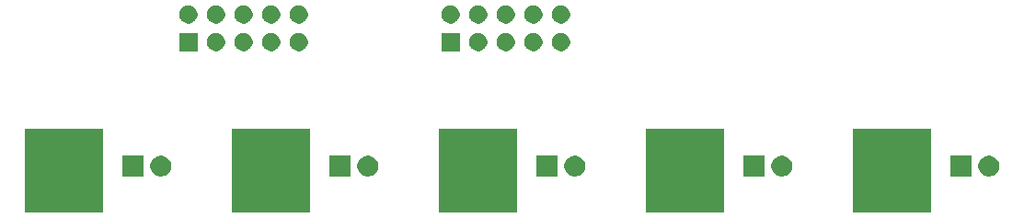
<source format=gbr>
G04 #@! TF.GenerationSoftware,KiCad,Pcbnew,(5.0.2)-1*
G04 #@! TF.CreationDate,2019-01-01T20:31:05-08:00*
G04 #@! TF.ProjectId,500-1142,3530302d-3131-4343-922e-6b696361645f,rev?*
G04 #@! TF.SameCoordinates,Original*
G04 #@! TF.FileFunction,Soldermask,Top*
G04 #@! TF.FilePolarity,Negative*
%FSLAX46Y46*%
G04 Gerber Fmt 4.6, Leading zero omitted, Abs format (unit mm)*
G04 Created by KiCad (PCBNEW (5.0.2)-1) date 1/1/2019 8:31:05 PM*
%MOMM*%
%LPD*%
G01*
G04 APERTURE LIST*
%ADD10C,0.100000*%
G04 APERTURE END LIST*
D10*
G36*
X156007000Y-94412000D02*
X148793000Y-94412000D01*
X148793000Y-86690000D01*
X156007000Y-86690000D01*
X156007000Y-94412000D01*
X156007000Y-94412000D01*
G37*
G36*
X79807000Y-94412000D02*
X72593000Y-94412000D01*
X72593000Y-86690000D01*
X79807000Y-86690000D01*
X79807000Y-94412000D01*
X79807000Y-94412000D01*
G37*
G36*
X98857000Y-94412000D02*
X91643000Y-94412000D01*
X91643000Y-86690000D01*
X98857000Y-86690000D01*
X98857000Y-94412000D01*
X98857000Y-94412000D01*
G37*
G36*
X117907000Y-94412000D02*
X110693000Y-94412000D01*
X110693000Y-86690000D01*
X117907000Y-86690000D01*
X117907000Y-94412000D01*
X117907000Y-94412000D01*
G37*
G36*
X136957000Y-94412000D02*
X129743000Y-94412000D01*
X129743000Y-86690000D01*
X136957000Y-86690000D01*
X136957000Y-94412000D01*
X136957000Y-94412000D01*
G37*
G36*
X121601000Y-91121000D02*
X119699000Y-91121000D01*
X119699000Y-89219000D01*
X121601000Y-89219000D01*
X121601000Y-91121000D01*
X121601000Y-91121000D01*
G37*
G36*
X83501000Y-91121000D02*
X81599000Y-91121000D01*
X81599000Y-89219000D01*
X83501000Y-89219000D01*
X83501000Y-91121000D01*
X83501000Y-91121000D01*
G37*
G36*
X85367396Y-89255546D02*
X85540466Y-89327234D01*
X85696230Y-89431312D01*
X85828688Y-89563770D01*
X85932766Y-89719534D01*
X86004454Y-89892604D01*
X86041000Y-90076333D01*
X86041000Y-90263667D01*
X86004454Y-90447396D01*
X85932766Y-90620466D01*
X85828688Y-90776230D01*
X85696230Y-90908688D01*
X85540466Y-91012766D01*
X85367396Y-91084454D01*
X85183667Y-91121000D01*
X84996333Y-91121000D01*
X84812604Y-91084454D01*
X84639534Y-91012766D01*
X84483770Y-90908688D01*
X84351312Y-90776230D01*
X84247234Y-90620466D01*
X84175546Y-90447396D01*
X84139000Y-90263667D01*
X84139000Y-90076333D01*
X84175546Y-89892604D01*
X84247234Y-89719534D01*
X84351312Y-89563770D01*
X84483770Y-89431312D01*
X84639534Y-89327234D01*
X84812604Y-89255546D01*
X84996333Y-89219000D01*
X85183667Y-89219000D01*
X85367396Y-89255546D01*
X85367396Y-89255546D01*
G37*
G36*
X104417396Y-89255546D02*
X104590466Y-89327234D01*
X104746230Y-89431312D01*
X104878688Y-89563770D01*
X104982766Y-89719534D01*
X105054454Y-89892604D01*
X105091000Y-90076333D01*
X105091000Y-90263667D01*
X105054454Y-90447396D01*
X104982766Y-90620466D01*
X104878688Y-90776230D01*
X104746230Y-90908688D01*
X104590466Y-91012766D01*
X104417396Y-91084454D01*
X104233667Y-91121000D01*
X104046333Y-91121000D01*
X103862604Y-91084454D01*
X103689534Y-91012766D01*
X103533770Y-90908688D01*
X103401312Y-90776230D01*
X103297234Y-90620466D01*
X103225546Y-90447396D01*
X103189000Y-90263667D01*
X103189000Y-90076333D01*
X103225546Y-89892604D01*
X103297234Y-89719534D01*
X103401312Y-89563770D01*
X103533770Y-89431312D01*
X103689534Y-89327234D01*
X103862604Y-89255546D01*
X104046333Y-89219000D01*
X104233667Y-89219000D01*
X104417396Y-89255546D01*
X104417396Y-89255546D01*
G37*
G36*
X102551000Y-91121000D02*
X100649000Y-91121000D01*
X100649000Y-89219000D01*
X102551000Y-89219000D01*
X102551000Y-91121000D01*
X102551000Y-91121000D01*
G37*
G36*
X123467396Y-89255546D02*
X123640466Y-89327234D01*
X123796230Y-89431312D01*
X123928688Y-89563770D01*
X124032766Y-89719534D01*
X124104454Y-89892604D01*
X124141000Y-90076333D01*
X124141000Y-90263667D01*
X124104454Y-90447396D01*
X124032766Y-90620466D01*
X123928688Y-90776230D01*
X123796230Y-90908688D01*
X123640466Y-91012766D01*
X123467396Y-91084454D01*
X123283667Y-91121000D01*
X123096333Y-91121000D01*
X122912604Y-91084454D01*
X122739534Y-91012766D01*
X122583770Y-90908688D01*
X122451312Y-90776230D01*
X122347234Y-90620466D01*
X122275546Y-90447396D01*
X122239000Y-90263667D01*
X122239000Y-90076333D01*
X122275546Y-89892604D01*
X122347234Y-89719534D01*
X122451312Y-89563770D01*
X122583770Y-89431312D01*
X122739534Y-89327234D01*
X122912604Y-89255546D01*
X123096333Y-89219000D01*
X123283667Y-89219000D01*
X123467396Y-89255546D01*
X123467396Y-89255546D01*
G37*
G36*
X142517396Y-89255546D02*
X142690466Y-89327234D01*
X142846230Y-89431312D01*
X142978688Y-89563770D01*
X143082766Y-89719534D01*
X143154454Y-89892604D01*
X143191000Y-90076333D01*
X143191000Y-90263667D01*
X143154454Y-90447396D01*
X143082766Y-90620466D01*
X142978688Y-90776230D01*
X142846230Y-90908688D01*
X142690466Y-91012766D01*
X142517396Y-91084454D01*
X142333667Y-91121000D01*
X142146333Y-91121000D01*
X141962604Y-91084454D01*
X141789534Y-91012766D01*
X141633770Y-90908688D01*
X141501312Y-90776230D01*
X141397234Y-90620466D01*
X141325546Y-90447396D01*
X141289000Y-90263667D01*
X141289000Y-90076333D01*
X141325546Y-89892604D01*
X141397234Y-89719534D01*
X141501312Y-89563770D01*
X141633770Y-89431312D01*
X141789534Y-89327234D01*
X141962604Y-89255546D01*
X142146333Y-89219000D01*
X142333667Y-89219000D01*
X142517396Y-89255546D01*
X142517396Y-89255546D01*
G37*
G36*
X140651000Y-91121000D02*
X138749000Y-91121000D01*
X138749000Y-89219000D01*
X140651000Y-89219000D01*
X140651000Y-91121000D01*
X140651000Y-91121000D01*
G37*
G36*
X159701000Y-91121000D02*
X157799000Y-91121000D01*
X157799000Y-89219000D01*
X159701000Y-89219000D01*
X159701000Y-91121000D01*
X159701000Y-91121000D01*
G37*
G36*
X161567396Y-89255546D02*
X161740466Y-89327234D01*
X161896230Y-89431312D01*
X162028688Y-89563770D01*
X162132766Y-89719534D01*
X162204454Y-89892604D01*
X162241000Y-90076333D01*
X162241000Y-90263667D01*
X162204454Y-90447396D01*
X162132766Y-90620466D01*
X162028688Y-90776230D01*
X161896230Y-90908688D01*
X161740466Y-91012766D01*
X161567396Y-91084454D01*
X161383667Y-91121000D01*
X161196333Y-91121000D01*
X161012604Y-91084454D01*
X160839534Y-91012766D01*
X160683770Y-90908688D01*
X160551312Y-90776230D01*
X160447234Y-90620466D01*
X160375546Y-90447396D01*
X160339000Y-90263667D01*
X160339000Y-90076333D01*
X160375546Y-89892604D01*
X160447234Y-89719534D01*
X160551312Y-89563770D01*
X160683770Y-89431312D01*
X160839534Y-89327234D01*
X161012604Y-89255546D01*
X161196333Y-89219000D01*
X161383667Y-89219000D01*
X161567396Y-89255546D01*
X161567396Y-89255546D01*
G37*
G36*
X114490560Y-77923079D02*
X114544552Y-77933819D01*
X114697131Y-77997019D01*
X114834449Y-78088772D01*
X114951228Y-78205551D01*
X115042981Y-78342869D01*
X115106181Y-78495448D01*
X115138400Y-78657425D01*
X115138400Y-78822575D01*
X115106181Y-78984552D01*
X115042981Y-79137131D01*
X114951228Y-79274449D01*
X114834449Y-79391228D01*
X114697131Y-79482981D01*
X114544552Y-79546181D01*
X114490560Y-79556921D01*
X114382577Y-79578400D01*
X114217423Y-79578400D01*
X114109440Y-79556921D01*
X114055448Y-79546181D01*
X113902869Y-79482981D01*
X113765551Y-79391228D01*
X113648772Y-79274449D01*
X113557019Y-79137131D01*
X113493819Y-78984552D01*
X113461600Y-78822575D01*
X113461600Y-78657425D01*
X113493819Y-78495448D01*
X113557019Y-78342869D01*
X113648772Y-78205551D01*
X113765551Y-78088772D01*
X113902869Y-77997019D01*
X114055448Y-77933819D01*
X114109440Y-77923079D01*
X114217423Y-77901600D01*
X114382577Y-77901600D01*
X114490560Y-77923079D01*
X114490560Y-77923079D01*
G37*
G36*
X90360560Y-77923079D02*
X90414552Y-77933819D01*
X90567131Y-77997019D01*
X90704449Y-78088772D01*
X90821228Y-78205551D01*
X90912981Y-78342869D01*
X90976181Y-78495448D01*
X91008400Y-78657425D01*
X91008400Y-78822575D01*
X90976181Y-78984552D01*
X90912981Y-79137131D01*
X90821228Y-79274449D01*
X90704449Y-79391228D01*
X90567131Y-79482981D01*
X90414552Y-79546181D01*
X90360560Y-79556921D01*
X90252577Y-79578400D01*
X90087423Y-79578400D01*
X89979440Y-79556921D01*
X89925448Y-79546181D01*
X89772869Y-79482981D01*
X89635551Y-79391228D01*
X89518772Y-79274449D01*
X89427019Y-79137131D01*
X89363819Y-78984552D01*
X89331600Y-78822575D01*
X89331600Y-78657425D01*
X89363819Y-78495448D01*
X89427019Y-78342869D01*
X89518772Y-78205551D01*
X89635551Y-78088772D01*
X89772869Y-77997019D01*
X89925448Y-77933819D01*
X89979440Y-77923079D01*
X90087423Y-77901600D01*
X90252577Y-77901600D01*
X90360560Y-77923079D01*
X90360560Y-77923079D01*
G37*
G36*
X92900560Y-77923079D02*
X92954552Y-77933819D01*
X93107131Y-77997019D01*
X93244449Y-78088772D01*
X93361228Y-78205551D01*
X93452981Y-78342869D01*
X93516181Y-78495448D01*
X93548400Y-78657425D01*
X93548400Y-78822575D01*
X93516181Y-78984552D01*
X93452981Y-79137131D01*
X93361228Y-79274449D01*
X93244449Y-79391228D01*
X93107131Y-79482981D01*
X92954552Y-79546181D01*
X92900560Y-79556921D01*
X92792577Y-79578400D01*
X92627423Y-79578400D01*
X92519440Y-79556921D01*
X92465448Y-79546181D01*
X92312869Y-79482981D01*
X92175551Y-79391228D01*
X92058772Y-79274449D01*
X91967019Y-79137131D01*
X91903819Y-78984552D01*
X91871600Y-78822575D01*
X91871600Y-78657425D01*
X91903819Y-78495448D01*
X91967019Y-78342869D01*
X92058772Y-78205551D01*
X92175551Y-78088772D01*
X92312869Y-77997019D01*
X92465448Y-77933819D01*
X92519440Y-77923079D01*
X92627423Y-77901600D01*
X92792577Y-77901600D01*
X92900560Y-77923079D01*
X92900560Y-77923079D01*
G37*
G36*
X95440560Y-77923079D02*
X95494552Y-77933819D01*
X95647131Y-77997019D01*
X95784449Y-78088772D01*
X95901228Y-78205551D01*
X95992981Y-78342869D01*
X96056181Y-78495448D01*
X96088400Y-78657425D01*
X96088400Y-78822575D01*
X96056181Y-78984552D01*
X95992981Y-79137131D01*
X95901228Y-79274449D01*
X95784449Y-79391228D01*
X95647131Y-79482981D01*
X95494552Y-79546181D01*
X95440560Y-79556921D01*
X95332577Y-79578400D01*
X95167423Y-79578400D01*
X95059440Y-79556921D01*
X95005448Y-79546181D01*
X94852869Y-79482981D01*
X94715551Y-79391228D01*
X94598772Y-79274449D01*
X94507019Y-79137131D01*
X94443819Y-78984552D01*
X94411600Y-78822575D01*
X94411600Y-78657425D01*
X94443819Y-78495448D01*
X94507019Y-78342869D01*
X94598772Y-78205551D01*
X94715551Y-78088772D01*
X94852869Y-77997019D01*
X95005448Y-77933819D01*
X95059440Y-77923079D01*
X95167423Y-77901600D01*
X95332577Y-77901600D01*
X95440560Y-77923079D01*
X95440560Y-77923079D01*
G37*
G36*
X97980560Y-77923079D02*
X98034552Y-77933819D01*
X98187131Y-77997019D01*
X98324449Y-78088772D01*
X98441228Y-78205551D01*
X98532981Y-78342869D01*
X98596181Y-78495448D01*
X98628400Y-78657425D01*
X98628400Y-78822575D01*
X98596181Y-78984552D01*
X98532981Y-79137131D01*
X98441228Y-79274449D01*
X98324449Y-79391228D01*
X98187131Y-79482981D01*
X98034552Y-79546181D01*
X97980560Y-79556921D01*
X97872577Y-79578400D01*
X97707423Y-79578400D01*
X97599440Y-79556921D01*
X97545448Y-79546181D01*
X97392869Y-79482981D01*
X97255551Y-79391228D01*
X97138772Y-79274449D01*
X97047019Y-79137131D01*
X96983819Y-78984552D01*
X96951600Y-78822575D01*
X96951600Y-78657425D01*
X96983819Y-78495448D01*
X97047019Y-78342869D01*
X97138772Y-78205551D01*
X97255551Y-78088772D01*
X97392869Y-77997019D01*
X97545448Y-77933819D01*
X97599440Y-77923079D01*
X97707423Y-77901600D01*
X97872577Y-77901600D01*
X97980560Y-77923079D01*
X97980560Y-77923079D01*
G37*
G36*
X122110560Y-77923079D02*
X122164552Y-77933819D01*
X122317131Y-77997019D01*
X122454449Y-78088772D01*
X122571228Y-78205551D01*
X122662981Y-78342869D01*
X122726181Y-78495448D01*
X122758400Y-78657425D01*
X122758400Y-78822575D01*
X122726181Y-78984552D01*
X122662981Y-79137131D01*
X122571228Y-79274449D01*
X122454449Y-79391228D01*
X122317131Y-79482981D01*
X122164552Y-79546181D01*
X122110560Y-79556921D01*
X122002577Y-79578400D01*
X121837423Y-79578400D01*
X121729440Y-79556921D01*
X121675448Y-79546181D01*
X121522869Y-79482981D01*
X121385551Y-79391228D01*
X121268772Y-79274449D01*
X121177019Y-79137131D01*
X121113819Y-78984552D01*
X121081600Y-78822575D01*
X121081600Y-78657425D01*
X121113819Y-78495448D01*
X121177019Y-78342869D01*
X121268772Y-78205551D01*
X121385551Y-78088772D01*
X121522869Y-77997019D01*
X121675448Y-77933819D01*
X121729440Y-77923079D01*
X121837423Y-77901600D01*
X122002577Y-77901600D01*
X122110560Y-77923079D01*
X122110560Y-77923079D01*
G37*
G36*
X119570560Y-77923079D02*
X119624552Y-77933819D01*
X119777131Y-77997019D01*
X119914449Y-78088772D01*
X120031228Y-78205551D01*
X120122981Y-78342869D01*
X120186181Y-78495448D01*
X120218400Y-78657425D01*
X120218400Y-78822575D01*
X120186181Y-78984552D01*
X120122981Y-79137131D01*
X120031228Y-79274449D01*
X119914449Y-79391228D01*
X119777131Y-79482981D01*
X119624552Y-79546181D01*
X119570560Y-79556921D01*
X119462577Y-79578400D01*
X119297423Y-79578400D01*
X119189440Y-79556921D01*
X119135448Y-79546181D01*
X118982869Y-79482981D01*
X118845551Y-79391228D01*
X118728772Y-79274449D01*
X118637019Y-79137131D01*
X118573819Y-78984552D01*
X118541600Y-78822575D01*
X118541600Y-78657425D01*
X118573819Y-78495448D01*
X118637019Y-78342869D01*
X118728772Y-78205551D01*
X118845551Y-78088772D01*
X118982869Y-77997019D01*
X119135448Y-77933819D01*
X119189440Y-77923079D01*
X119297423Y-77901600D01*
X119462577Y-77901600D01*
X119570560Y-77923079D01*
X119570560Y-77923079D01*
G37*
G36*
X117030560Y-77923079D02*
X117084552Y-77933819D01*
X117237131Y-77997019D01*
X117374449Y-78088772D01*
X117491228Y-78205551D01*
X117582981Y-78342869D01*
X117646181Y-78495448D01*
X117678400Y-78657425D01*
X117678400Y-78822575D01*
X117646181Y-78984552D01*
X117582981Y-79137131D01*
X117491228Y-79274449D01*
X117374449Y-79391228D01*
X117237131Y-79482981D01*
X117084552Y-79546181D01*
X117030560Y-79556921D01*
X116922577Y-79578400D01*
X116757423Y-79578400D01*
X116649440Y-79556921D01*
X116595448Y-79546181D01*
X116442869Y-79482981D01*
X116305551Y-79391228D01*
X116188772Y-79274449D01*
X116097019Y-79137131D01*
X116033819Y-78984552D01*
X116001600Y-78822575D01*
X116001600Y-78657425D01*
X116033819Y-78495448D01*
X116097019Y-78342869D01*
X116188772Y-78205551D01*
X116305551Y-78088772D01*
X116442869Y-77997019D01*
X116595448Y-77933819D01*
X116649440Y-77923079D01*
X116757423Y-77901600D01*
X116922577Y-77901600D01*
X117030560Y-77923079D01*
X117030560Y-77923079D01*
G37*
G36*
X88468400Y-79578400D02*
X86791600Y-79578400D01*
X86791600Y-77901600D01*
X88468400Y-77901600D01*
X88468400Y-79578400D01*
X88468400Y-79578400D01*
G37*
G36*
X112598400Y-79578400D02*
X110921600Y-79578400D01*
X110921600Y-77901600D01*
X112598400Y-77901600D01*
X112598400Y-79578400D01*
X112598400Y-79578400D01*
G37*
G36*
X119570560Y-75383079D02*
X119624552Y-75393819D01*
X119777131Y-75457019D01*
X119914449Y-75548772D01*
X120031228Y-75665551D01*
X120122981Y-75802869D01*
X120186181Y-75955448D01*
X120218400Y-76117425D01*
X120218400Y-76282575D01*
X120186181Y-76444552D01*
X120122981Y-76597131D01*
X120031228Y-76734449D01*
X119914449Y-76851228D01*
X119777131Y-76942981D01*
X119624552Y-77006181D01*
X119570560Y-77016921D01*
X119462577Y-77038400D01*
X119297423Y-77038400D01*
X119189440Y-77016921D01*
X119135448Y-77006181D01*
X118982869Y-76942981D01*
X118845551Y-76851228D01*
X118728772Y-76734449D01*
X118637019Y-76597131D01*
X118573819Y-76444552D01*
X118541600Y-76282575D01*
X118541600Y-76117425D01*
X118573819Y-75955448D01*
X118637019Y-75802869D01*
X118728772Y-75665551D01*
X118845551Y-75548772D01*
X118982869Y-75457019D01*
X119135448Y-75393819D01*
X119189440Y-75383079D01*
X119297423Y-75361600D01*
X119462577Y-75361600D01*
X119570560Y-75383079D01*
X119570560Y-75383079D01*
G37*
G36*
X87820560Y-75383079D02*
X87874552Y-75393819D01*
X88027131Y-75457019D01*
X88164449Y-75548772D01*
X88281228Y-75665551D01*
X88372981Y-75802869D01*
X88436181Y-75955448D01*
X88468400Y-76117425D01*
X88468400Y-76282575D01*
X88436181Y-76444552D01*
X88372981Y-76597131D01*
X88281228Y-76734449D01*
X88164449Y-76851228D01*
X88027131Y-76942981D01*
X87874552Y-77006181D01*
X87820560Y-77016921D01*
X87712577Y-77038400D01*
X87547423Y-77038400D01*
X87439440Y-77016921D01*
X87385448Y-77006181D01*
X87232869Y-76942981D01*
X87095551Y-76851228D01*
X86978772Y-76734449D01*
X86887019Y-76597131D01*
X86823819Y-76444552D01*
X86791600Y-76282575D01*
X86791600Y-76117425D01*
X86823819Y-75955448D01*
X86887019Y-75802869D01*
X86978772Y-75665551D01*
X87095551Y-75548772D01*
X87232869Y-75457019D01*
X87385448Y-75393819D01*
X87439440Y-75383079D01*
X87547423Y-75361600D01*
X87712577Y-75361600D01*
X87820560Y-75383079D01*
X87820560Y-75383079D01*
G37*
G36*
X90360560Y-75383079D02*
X90414552Y-75393819D01*
X90567131Y-75457019D01*
X90704449Y-75548772D01*
X90821228Y-75665551D01*
X90912981Y-75802869D01*
X90976181Y-75955448D01*
X91008400Y-76117425D01*
X91008400Y-76282575D01*
X90976181Y-76444552D01*
X90912981Y-76597131D01*
X90821228Y-76734449D01*
X90704449Y-76851228D01*
X90567131Y-76942981D01*
X90414552Y-77006181D01*
X90360560Y-77016921D01*
X90252577Y-77038400D01*
X90087423Y-77038400D01*
X89979440Y-77016921D01*
X89925448Y-77006181D01*
X89772869Y-76942981D01*
X89635551Y-76851228D01*
X89518772Y-76734449D01*
X89427019Y-76597131D01*
X89363819Y-76444552D01*
X89331600Y-76282575D01*
X89331600Y-76117425D01*
X89363819Y-75955448D01*
X89427019Y-75802869D01*
X89518772Y-75665551D01*
X89635551Y-75548772D01*
X89772869Y-75457019D01*
X89925448Y-75393819D01*
X89979440Y-75383079D01*
X90087423Y-75361600D01*
X90252577Y-75361600D01*
X90360560Y-75383079D01*
X90360560Y-75383079D01*
G37*
G36*
X92900560Y-75383079D02*
X92954552Y-75393819D01*
X93107131Y-75457019D01*
X93244449Y-75548772D01*
X93361228Y-75665551D01*
X93452981Y-75802869D01*
X93516181Y-75955448D01*
X93548400Y-76117425D01*
X93548400Y-76282575D01*
X93516181Y-76444552D01*
X93452981Y-76597131D01*
X93361228Y-76734449D01*
X93244449Y-76851228D01*
X93107131Y-76942981D01*
X92954552Y-77006181D01*
X92900560Y-77016921D01*
X92792577Y-77038400D01*
X92627423Y-77038400D01*
X92519440Y-77016921D01*
X92465448Y-77006181D01*
X92312869Y-76942981D01*
X92175551Y-76851228D01*
X92058772Y-76734449D01*
X91967019Y-76597131D01*
X91903819Y-76444552D01*
X91871600Y-76282575D01*
X91871600Y-76117425D01*
X91903819Y-75955448D01*
X91967019Y-75802869D01*
X92058772Y-75665551D01*
X92175551Y-75548772D01*
X92312869Y-75457019D01*
X92465448Y-75393819D01*
X92519440Y-75383079D01*
X92627423Y-75361600D01*
X92792577Y-75361600D01*
X92900560Y-75383079D01*
X92900560Y-75383079D01*
G37*
G36*
X95440560Y-75383079D02*
X95494552Y-75393819D01*
X95647131Y-75457019D01*
X95784449Y-75548772D01*
X95901228Y-75665551D01*
X95992981Y-75802869D01*
X96056181Y-75955448D01*
X96088400Y-76117425D01*
X96088400Y-76282575D01*
X96056181Y-76444552D01*
X95992981Y-76597131D01*
X95901228Y-76734449D01*
X95784449Y-76851228D01*
X95647131Y-76942981D01*
X95494552Y-77006181D01*
X95440560Y-77016921D01*
X95332577Y-77038400D01*
X95167423Y-77038400D01*
X95059440Y-77016921D01*
X95005448Y-77006181D01*
X94852869Y-76942981D01*
X94715551Y-76851228D01*
X94598772Y-76734449D01*
X94507019Y-76597131D01*
X94443819Y-76444552D01*
X94411600Y-76282575D01*
X94411600Y-76117425D01*
X94443819Y-75955448D01*
X94507019Y-75802869D01*
X94598772Y-75665551D01*
X94715551Y-75548772D01*
X94852869Y-75457019D01*
X95005448Y-75393819D01*
X95059440Y-75383079D01*
X95167423Y-75361600D01*
X95332577Y-75361600D01*
X95440560Y-75383079D01*
X95440560Y-75383079D01*
G37*
G36*
X122110560Y-75383079D02*
X122164552Y-75393819D01*
X122317131Y-75457019D01*
X122454449Y-75548772D01*
X122571228Y-75665551D01*
X122662981Y-75802869D01*
X122726181Y-75955448D01*
X122758400Y-76117425D01*
X122758400Y-76282575D01*
X122726181Y-76444552D01*
X122662981Y-76597131D01*
X122571228Y-76734449D01*
X122454449Y-76851228D01*
X122317131Y-76942981D01*
X122164552Y-77006181D01*
X122110560Y-77016921D01*
X122002577Y-77038400D01*
X121837423Y-77038400D01*
X121729440Y-77016921D01*
X121675448Y-77006181D01*
X121522869Y-76942981D01*
X121385551Y-76851228D01*
X121268772Y-76734449D01*
X121177019Y-76597131D01*
X121113819Y-76444552D01*
X121081600Y-76282575D01*
X121081600Y-76117425D01*
X121113819Y-75955448D01*
X121177019Y-75802869D01*
X121268772Y-75665551D01*
X121385551Y-75548772D01*
X121522869Y-75457019D01*
X121675448Y-75393819D01*
X121729440Y-75383079D01*
X121837423Y-75361600D01*
X122002577Y-75361600D01*
X122110560Y-75383079D01*
X122110560Y-75383079D01*
G37*
G36*
X97980560Y-75383079D02*
X98034552Y-75393819D01*
X98187131Y-75457019D01*
X98324449Y-75548772D01*
X98441228Y-75665551D01*
X98532981Y-75802869D01*
X98596181Y-75955448D01*
X98628400Y-76117425D01*
X98628400Y-76282575D01*
X98596181Y-76444552D01*
X98532981Y-76597131D01*
X98441228Y-76734449D01*
X98324449Y-76851228D01*
X98187131Y-76942981D01*
X98034552Y-77006181D01*
X97980560Y-77016921D01*
X97872577Y-77038400D01*
X97707423Y-77038400D01*
X97599440Y-77016921D01*
X97545448Y-77006181D01*
X97392869Y-76942981D01*
X97255551Y-76851228D01*
X97138772Y-76734449D01*
X97047019Y-76597131D01*
X96983819Y-76444552D01*
X96951600Y-76282575D01*
X96951600Y-76117425D01*
X96983819Y-75955448D01*
X97047019Y-75802869D01*
X97138772Y-75665551D01*
X97255551Y-75548772D01*
X97392869Y-75457019D01*
X97545448Y-75393819D01*
X97599440Y-75383079D01*
X97707423Y-75361600D01*
X97872577Y-75361600D01*
X97980560Y-75383079D01*
X97980560Y-75383079D01*
G37*
G36*
X117030560Y-75383079D02*
X117084552Y-75393819D01*
X117237131Y-75457019D01*
X117374449Y-75548772D01*
X117491228Y-75665551D01*
X117582981Y-75802869D01*
X117646181Y-75955448D01*
X117678400Y-76117425D01*
X117678400Y-76282575D01*
X117646181Y-76444552D01*
X117582981Y-76597131D01*
X117491228Y-76734449D01*
X117374449Y-76851228D01*
X117237131Y-76942981D01*
X117084552Y-77006181D01*
X117030560Y-77016921D01*
X116922577Y-77038400D01*
X116757423Y-77038400D01*
X116649440Y-77016921D01*
X116595448Y-77006181D01*
X116442869Y-76942981D01*
X116305551Y-76851228D01*
X116188772Y-76734449D01*
X116097019Y-76597131D01*
X116033819Y-76444552D01*
X116001600Y-76282575D01*
X116001600Y-76117425D01*
X116033819Y-75955448D01*
X116097019Y-75802869D01*
X116188772Y-75665551D01*
X116305551Y-75548772D01*
X116442869Y-75457019D01*
X116595448Y-75393819D01*
X116649440Y-75383079D01*
X116757423Y-75361600D01*
X116922577Y-75361600D01*
X117030560Y-75383079D01*
X117030560Y-75383079D01*
G37*
G36*
X114490560Y-75383079D02*
X114544552Y-75393819D01*
X114697131Y-75457019D01*
X114834449Y-75548772D01*
X114951228Y-75665551D01*
X115042981Y-75802869D01*
X115106181Y-75955448D01*
X115138400Y-76117425D01*
X115138400Y-76282575D01*
X115106181Y-76444552D01*
X115042981Y-76597131D01*
X114951228Y-76734449D01*
X114834449Y-76851228D01*
X114697131Y-76942981D01*
X114544552Y-77006181D01*
X114490560Y-77016921D01*
X114382577Y-77038400D01*
X114217423Y-77038400D01*
X114109440Y-77016921D01*
X114055448Y-77006181D01*
X113902869Y-76942981D01*
X113765551Y-76851228D01*
X113648772Y-76734449D01*
X113557019Y-76597131D01*
X113493819Y-76444552D01*
X113461600Y-76282575D01*
X113461600Y-76117425D01*
X113493819Y-75955448D01*
X113557019Y-75802869D01*
X113648772Y-75665551D01*
X113765551Y-75548772D01*
X113902869Y-75457019D01*
X114055448Y-75393819D01*
X114109440Y-75383079D01*
X114217423Y-75361600D01*
X114382577Y-75361600D01*
X114490560Y-75383079D01*
X114490560Y-75383079D01*
G37*
G36*
X111950560Y-75383079D02*
X112004552Y-75393819D01*
X112157131Y-75457019D01*
X112294449Y-75548772D01*
X112411228Y-75665551D01*
X112502981Y-75802869D01*
X112566181Y-75955448D01*
X112598400Y-76117425D01*
X112598400Y-76282575D01*
X112566181Y-76444552D01*
X112502981Y-76597131D01*
X112411228Y-76734449D01*
X112294449Y-76851228D01*
X112157131Y-76942981D01*
X112004552Y-77006181D01*
X111950560Y-77016921D01*
X111842577Y-77038400D01*
X111677423Y-77038400D01*
X111569440Y-77016921D01*
X111515448Y-77006181D01*
X111362869Y-76942981D01*
X111225551Y-76851228D01*
X111108772Y-76734449D01*
X111017019Y-76597131D01*
X110953819Y-76444552D01*
X110921600Y-76282575D01*
X110921600Y-76117425D01*
X110953819Y-75955448D01*
X111017019Y-75802869D01*
X111108772Y-75665551D01*
X111225551Y-75548772D01*
X111362869Y-75457019D01*
X111515448Y-75393819D01*
X111569440Y-75383079D01*
X111677423Y-75361600D01*
X111842577Y-75361600D01*
X111950560Y-75383079D01*
X111950560Y-75383079D01*
G37*
M02*

</source>
